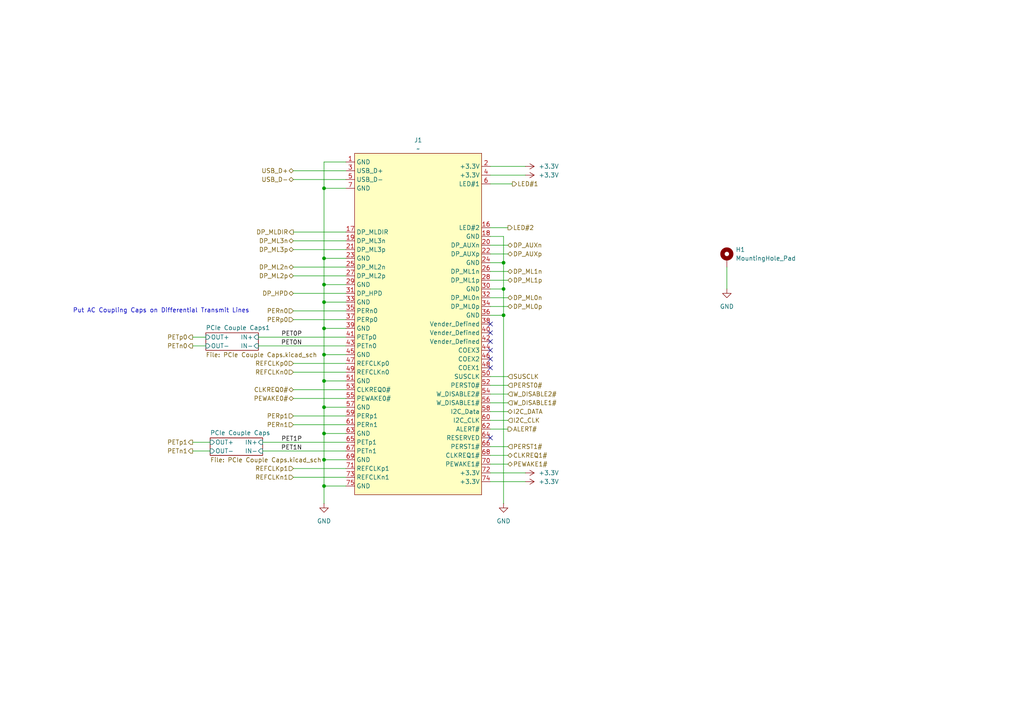
<source format=kicad_sch>
(kicad_sch (version 20250114) (generator "eeschema") (generator_version "9.0")
  (paper "A4")
  (lib_symbols
    (symbol "Mechanical:MountingHole_Pad" (pin_numbers (hide yes)) (pin_names (offset 1.016) (hide yes)) (in_bom no)
      (property "Reference" "H" (at 0 6.35 0))
      (property "Value" "MountingHole_Pad" (at 0 4.445 0))
      (symbol "MountingHole_Pad_0_1"
        (circle (center 0 1.27) (radius 1.27) (stroke (width 1.27)))
      )
      (symbol "MountingHole_Pad_1_1"
        (pin input line (at 0 -2.54 90) (length 2.54) (name "1") (number "1"))
      )
    )
    (symbol "PCIexpress:M.2_A_Key"
      (property "Reference" "J" (at 0 0 0))
      (symbol "M.2_A_Key_0_1"
        (rectangle (start -17.78 -5.08) (end 19.05 -104.14) (fill (type background)))
      )
      (symbol "M.2_A_Key_1_1"
        (pin power_in line (at -20.32 -7.62 0) (length 2.54) (name "GND") (number "1"))
        (pin bidirectional line (at -20.32 -10.16 0) (length 2.54) (name "USB_D+") (number "3"))
        (pin bidirectional line (at -20.32 -12.7 0) (length 2.54) (name "USB_D-") (number "5"))
        (pin power_in line (at -20.32 -15.24 0) (length 2.54) (name "GND") (number "7"))
        (pin output line (at -20.32 -27.94 0) (length 2.54) (name "DP_MLDIR") (number "17"))
        (pin bidirectional line (at -20.32 -30.48 0) (length 2.54) (name "DP_ML3n") (number "19"))
        (pin bidirectional line (at -20.32 -33.02 0) (length 2.54) (name "DP_ML3p") (number "21"))
        (pin power_in line (at -20.32 -35.56 0) (length 2.54) (name "GND") (number "23"))
        (pin bidirectional line (at -20.32 -38.1 0) (length 2.54) (name "DP_ML2n") (number "25"))
        (pin bidirectional line (at -20.32 -40.64 0) (length 2.54) (name "DP_ML2p") (number "27"))
        (pin power_in line (at -20.32 -43.18 0) (length 2.54) (name "GND") (number "29"))
        (pin bidirectional line (at -20.32 -45.72 0) (length 2.54) (name "DP_HPD") (number "31"))
        (pin power_in line (at -20.32 -48.26 0) (length 2.54) (name "GND") (number "33"))
        (pin input line (at -20.32 -50.8 0) (length 2.54) (name "PERn0") (number "35"))
        (pin input line (at -20.32 -53.34 0) (length 2.54) (name "PERp0") (number "37"))
        (pin power_in line (at -20.32 -55.88 0) (length 2.54) (name "GND") (number "39"))
        (pin output line (at -20.32 -58.42 0) (length 2.54) (name "PETp0") (number "41"))
        (pin output line (at -20.32 -60.96 0) (length 2.54) (name "PETn0") (number "43"))
        (pin power_in line (at -20.32 -63.5 0) (length 2.54) (name "GND") (number "45"))
        (pin input line (at -20.32 -66.04 0) (length 2.54) (name "REFCLKp0") (number "47"))
        (pin input line (at -20.32 -68.58 0) (length 2.54) (name "REFCLKn0") (number "49"))
        (pin power_in line (at -20.32 -71.12 0) (length 2.54) (name "GND") (number "51"))
        (pin bidirectional line (at -20.32 -73.66 0) (length 2.54) (name "CLKREQ0#") (number "53"))
        (pin bidirectional line (at -20.32 -76.2 0) (length 2.54) (name "PEWAKE0#") (number "55"))
        (pin power_in line (at -20.32 -78.74 0) (length 2.54) (name "GND") (number "57"))
        (pin input line (at -20.32 -81.28 0) (length 2.54) (name "PERp1") (number "59"))
        (pin input line (at -20.32 -83.82 0) (length 2.54) (name "PERn1") (number "61"))
        (pin power_in line (at -20.32 -86.36 0) (length 2.54) (name "GND") (number "63"))
        (pin output line (at -20.32 -88.9 0) (length 2.54) (name "PETp1") (number "65"))
        (pin output line (at -20.32 -91.44 0) (length 2.54) (name "PETn1") (number "67"))
        (pin passive line (at -20.32 -93.98 0) (length 2.54) (name "GND") (number "69"))
        (pin input line (at -20.32 -96.52 0) (length 2.54) (name "REFCLKp1") (number "71"))
        (pin input line (at -20.32 -99.06 0) (length 2.54) (name "REFCLKn1") (number "73"))
        (pin power_in line (at -20.32 -101.6 0) (length 2.54) (name "GND") (number "75"))
        (pin power_in line (at 21.59 -8.89 180) (length 2.54) (name "+3.3V") (number "2"))
        (pin power_in line (at 21.59 -11.43 180) (length 2.54) (name "+3.3V") (number "4"))
        (pin output line (at 21.59 -13.97 180) (length 2.54) (name "LED#1") (number "6"))
        (pin output line (at 21.59 -26.67 180) (length 2.54) (name "LED#2") (number "16"))
        (pin power_in line (at 21.59 -29.21 180) (length 2.54) (name "GND") (number "18"))
        (pin bidirectional line (at 21.59 -31.75 180) (length 2.54) (name "DP_AUXn") (number "20"))
        (pin bidirectional line (at 21.59 -34.29 180) (length 2.54) (name "DP_AUXp") (number "22"))
        (pin power_in line (at 21.59 -36.83 180) (length 2.54) (name "GND") (number "24"))
        (pin bidirectional line (at 21.59 -39.37 180) (length 2.54) (name "DP_ML1n") (number "26"))
        (pin bidirectional line (at 21.59 -41.91 180) (length 2.54) (name "DP_ML1p") (number "28"))
        (pin power_in line (at 21.59 -44.45 180) (length 2.54) (name "GND") (number "30"))
        (pin bidirectional line (at 21.59 -46.99 180) (length 2.54) (name "DP_ML0n") (number "32"))
        (pin bidirectional line (at 21.59 -49.53 180) (length 2.54) (name "DP_ML0p") (number "34"))
        (pin power_in line (at 21.59 -52.07 180) (length 2.54) (name "GND") (number "36"))
        (pin unspecified line (at 21.59 -54.61 180) (length 2.54) (name "Vender_Defined") (number "38"))
        (pin unspecified line (at 21.59 -57.15 180) (length 2.54) (name "Vender_Defined") (number "40"))
        (pin unspecified line (at 21.59 -59.69 180) (length 2.54) (name "Vender_Defined") (number "42"))
        (pin bidirectional line (at 21.59 -62.23 180) (length 2.54) (name "COEX3") (number "44"))
        (pin bidirectional line (at 21.59 -64.77 180) (length 2.54) (name "COEX2") (number "46"))
        (pin bidirectional line (at 21.59 -67.31 180) (length 2.54) (name "COEX1") (number "48"))
        (pin input line (at 21.59 -69.85 180) (length 2.54) (name "SUSCLK") (number "50"))
        (pin input line (at 21.59 -72.39 180) (length 2.54) (name "PERST0#") (number "52"))
        (pin input line (at 21.59 -74.93 180) (length 2.54) (name "W_DISABLE2#") (number "54"))
        (pin input line (at 21.59 -77.47 180) (length 2.54) (name "W_DISABLE1#") (number "56"))
        (pin bidirectional line (at 21.59 -80.01 180) (length 2.54) (name "I2C_Data") (number "58"))
        (pin input line (at 21.59 -82.55 180) (length 2.54) (name "I2C_CLK") (number "60"))
        (pin output line (at 21.59 -85.09 180) (length 2.54) (name "ALERT#") (number "62"))
        (pin unspecified line (at 21.59 -87.63 180) (length 2.54) (name "RESERVED") (number "64"))
        (pin input line (at 21.59 -90.17 180) (length 2.54) (name "PERST1#") (number "66"))
        (pin bidirectional line (at 21.59 -92.71 180) (length 2.54) (name "CLKREQ1#") (number "68"))
        (pin bidirectional line (at 21.59 -95.25 180) (length 2.54) (name "PEWAKE1#") (number "70"))
        (pin power_in line (at 21.59 -97.79 180) (length 2.54) (name "+3.3V") (number "72"))
        (pin power_in line (at 21.59 -100.33 180) (length 2.54) (name "+3.3V") (number "74"))
      )
    )
    (symbol "power:+3.3V" (power) (pin_numbers (hide yes)) (pin_names (offset 0) (hide yes))
      (property "Value" "+3.3V" (at 0 3.556 0))
      (symbol "+3.3V_0_1"
        (polyline (pts (xy -0.762 1.27) (xy 0 2.54)))
        (polyline (pts (xy 0 2.54) (xy 0.762 1.27)))
        (polyline (pts (xy 0 0) (xy 0 2.54)))
      )
      (symbol "+3.3V_1_1"
        (pin power_in line (at 0 0 90) (length 0) (name "~") (number "1"))
      )
    )
    (symbol "power:GND" (power) (pin_numbers (hide yes)) (pin_names (offset 0) (hide yes))
      (property "Value" "GND" (at 0 -3.81 0))
      (symbol "GND_0_1"
        (polyline (pts (xy 0 0) (xy 0 -1.27) (xy 1.27 -1.27) (xy 0 -2.54) (xy -1.27 -1.27) (xy 0 -1.27)))
      )
      (symbol "GND_1_1"
        (pin power_in line (at 0 0 270) (length 0) (name "~") (number "1"))
      )
    )
  )
  (text "Put AC Coupling Caps on Differential Transmit Lines" (at 46.736 90.17 0) (effects (font (size 1.27 1.27))))
  (junction (at 93.98 102.87))
  (junction (at 93.98 110.49))
  (junction (at 146.05 91.44))
  (junction (at 93.98 74.93))
  (junction (at 93.98 87.63))
  (junction (at 146.05 83.82))
  (junction (at 93.98 140.97))
  (junction (at 93.98 54.61))
  (junction (at 93.98 118.11))
  (junction (at 93.98 95.25))
  (junction (at 93.98 125.73))
  (junction (at 93.98 82.55))
  (junction (at 146.05 76.2))
  (junction (at 93.98 133.35))
  (no_connect (at 142.24 101.6))
  (no_connect (at 142.24 127))
  (no_connect (at 142.24 104.14))
  (no_connect (at 142.24 106.68))
  (no_connect (at 142.24 96.52))
  (no_connect (at 142.24 99.06))
  (no_connect (at 142.24 93.98))
  (wire (pts (xy 142.24 86.36) (xy 147.32 86.36)))
  (wire (pts (xy 93.98 118.11) (xy 93.98 125.73)))
  (wire (pts (xy 146.05 83.82) (xy 146.05 91.44)))
  (wire (pts (xy 76.2 128.27) (xy 100.33 128.27)))
  (wire (pts (xy 93.98 133.35) (xy 93.98 140.97)))
  (wire (pts (xy 93.98 110.49) (xy 93.98 118.11)))
  (wire (pts (xy 93.98 54.61) (xy 93.98 74.93)))
  (wire (pts (xy 74.93 100.33) (xy 100.33 100.33)))
  (wire (pts (xy 210.82 77.47) (xy 210.82 83.82)))
  (wire (pts (xy 142.24 48.26) (xy 152.4 48.26)))
  (wire (pts (xy 142.24 71.12) (xy 147.32 71.12)))
  (wire (pts (xy 85.09 120.65) (xy 100.33 120.65)))
  (wire (pts (xy 100.33 140.97) (xy 93.98 140.97)))
  (wire (pts (xy 142.24 111.76) (xy 147.32 111.76)))
  (wire (pts (xy 142.24 66.04) (xy 147.32 66.04)))
  (wire (pts (xy 93.98 102.87) (xy 93.98 110.49)))
  (wire (pts (xy 85.09 90.17) (xy 100.33 90.17)))
  (wire (pts (xy 100.33 46.99) (xy 93.98 46.99)))
  (wire (pts (xy 142.24 119.38) (xy 147.32 119.38)))
  (wire (pts (xy 100.33 82.55) (xy 93.98 82.55)))
  (wire (pts (xy 142.24 76.2) (xy 146.05 76.2)))
  (wire (pts (xy 93.98 74.93) (xy 93.98 82.55)))
  (wire (pts (xy 100.33 74.93) (xy 93.98 74.93)))
  (wire (pts (xy 85.09 49.53) (xy 100.33 49.53)))
  (wire (pts (xy 74.93 97.79) (xy 100.33 97.79)))
  (wire (pts (xy 93.98 46.99) (xy 93.98 54.61)))
  (wire (pts (xy 142.24 68.58) (xy 146.05 68.58)))
  (wire (pts (xy 100.33 110.49) (xy 93.98 110.49)))
  (wire (pts (xy 100.33 118.11) (xy 93.98 118.11)))
  (wire (pts (xy 85.09 52.07) (xy 100.33 52.07)))
  (wire (pts (xy 100.33 125.73) (xy 93.98 125.73)))
  (wire (pts (xy 142.24 91.44) (xy 146.05 91.44)))
  (wire (pts (xy 142.24 81.28) (xy 147.32 81.28)))
  (wire (pts (xy 55.88 100.33) (xy 59.69 100.33)))
  (wire (pts (xy 142.24 121.92) (xy 147.32 121.92)))
  (wire (pts (xy 100.33 54.61) (xy 93.98 54.61)))
  (wire (pts (xy 85.09 80.01) (xy 100.33 80.01)))
  (wire (pts (xy 55.88 128.27) (xy 60.96 128.27)))
  (wire (pts (xy 142.24 114.3) (xy 147.32 114.3)))
  (wire (pts (xy 55.88 97.79) (xy 59.69 97.79)))
  (wire (pts (xy 142.24 53.34) (xy 148.59 53.34)))
  (wire (pts (xy 85.09 77.47) (xy 100.33 77.47)))
  (wire (pts (xy 93.98 82.55) (xy 93.98 87.63)))
  (wire (pts (xy 100.33 87.63) (xy 93.98 87.63)))
  (wire (pts (xy 142.24 132.08) (xy 147.32 132.08)))
  (wire (pts (xy 85.09 92.71) (xy 100.33 92.71)))
  (wire (pts (xy 142.24 78.74) (xy 147.32 78.74)))
  (wire (pts (xy 142.24 83.82) (xy 146.05 83.82)))
  (wire (pts (xy 142.24 124.46) (xy 147.32 124.46)))
  (wire (pts (xy 142.24 50.8) (xy 152.4 50.8)))
  (wire (pts (xy 146.05 91.44) (xy 146.05 146.05)))
  (wire (pts (xy 85.09 105.41) (xy 100.33 105.41)))
  (wire (pts (xy 142.24 109.22) (xy 147.32 109.22)))
  (wire (pts (xy 93.98 87.63) (xy 93.98 95.25)))
  (wire (pts (xy 142.24 134.62) (xy 147.32 134.62)))
  (wire (pts (xy 85.09 113.03) (xy 100.33 113.03)))
  (wire (pts (xy 142.24 137.16) (xy 152.4 137.16)))
  (wire (pts (xy 55.88 130.81) (xy 60.96 130.81)))
  (wire (pts (xy 146.05 76.2) (xy 146.05 83.82)))
  (wire (pts (xy 85.09 67.31) (xy 100.33 67.31)))
  (wire (pts (xy 142.24 73.66) (xy 147.32 73.66)))
  (wire (pts (xy 85.09 69.85) (xy 100.33 69.85)))
  (wire (pts (xy 85.09 85.09) (xy 100.33 85.09)))
  (wire (pts (xy 142.24 116.84) (xy 147.32 116.84)))
  (wire (pts (xy 93.98 95.25) (xy 93.98 102.87)))
  (wire (pts (xy 85.09 115.57) (xy 100.33 115.57)))
  (wire (pts (xy 100.33 102.87) (xy 93.98 102.87)))
  (wire (pts (xy 100.33 133.35) (xy 93.98 133.35)))
  (wire (pts (xy 142.24 139.7) (xy 152.4 139.7)))
  (wire (pts (xy 85.09 135.89) (xy 100.33 135.89)))
  (wire (pts (xy 85.09 138.43) (xy 100.33 138.43)))
  (wire (pts (xy 85.09 123.19) (xy 100.33 123.19)))
  (wire (pts (xy 142.24 129.54) (xy 147.32 129.54)))
  (wire (pts (xy 76.2 130.81) (xy 100.33 130.81)))
  (wire (pts (xy 93.98 125.73) (xy 93.98 133.35)))
  (wire (pts (xy 100.33 95.25) (xy 93.98 95.25)))
  (wire (pts (xy 85.09 72.39) (xy 100.33 72.39)))
  (wire (pts (xy 142.24 88.9) (xy 147.32 88.9)))
  (wire (pts (xy 85.09 107.95) (xy 100.33 107.95)))
  (wire (pts (xy 93.98 140.97) (xy 93.98 146.05)))
  (wire (pts (xy 146.05 68.58) (xy 146.05 76.2)))
  (label "PET0P" (at 87.63 97.79 180))
  (label "PET1N" (at 87.63 130.81 180))
  (label "PET0N" (at 87.63 100.33 180))
  (label "PET1P" (at 87.63 128.27 180))
  (hierarchical_label "USB_D-" (shape bidirectional) (at 85.09 52.07 180))
  (hierarchical_label "LED#2" (shape output) (at 147.32 66.04 0))
  (hierarchical_label "PERST1#" (shape input) (at 147.32 129.54 0))
  (hierarchical_label "DP_AUXn" (shape bidirectional) (at 147.32 71.12 0))
  (hierarchical_label "PEWAKE1#" (shape bidirectional) (at 147.32 134.62 0))
  (hierarchical_label "CLKREQ1#" (shape bidirectional) (at 147.32 132.08 0))
  (hierarchical_label "REFCLKn0" (shape input) (at 85.09 107.95 180))
  (hierarchical_label "PETn1" (shape output) (at 55.88 130.81 180))
  (hierarchical_label "REFCLKn1" (shape input) (at 85.09 138.43 180))
  (hierarchical_label "DP_ML1p" (shape bidirectional) (at 147.32 81.28 0))
  (hierarchical_label "REFCLKp0" (shape input) (at 85.09 105.41 180))
  (hierarchical_label "PERp1" (shape input) (at 85.09 120.65 180))
  (hierarchical_label "SUSCLK" (shape input) (at 147.32 109.22 0))
  (hierarchical_label "USB_D+" (shape bidirectional) (at 85.09 49.53 180))
  (hierarchical_label "DP_ML0p" (shape bidirectional) (at 147.32 88.9 0))
  (hierarchical_label "PEWAKE0#" (shape bidirectional) (at 85.09 115.57 180))
  (hierarchical_label "DP_ML0n" (shape bidirectional) (at 147.32 86.36 0))
  (hierarchical_label "PERn1" (shape input) (at 85.09 123.19 180))
  (hierarchical_label "DP_MLDIR" (shape output) (at 85.09 67.31 180))
  (hierarchical_label "LED#1" (shape output) (at 148.59 53.34 0))
  (hierarchical_label "DP_ML3p" (shape bidirectional) (at 85.09 72.39 180))
  (hierarchical_label "DP_ML3n" (shape bidirectional) (at 85.09 69.85 180))
  (hierarchical_label "DP_ML2p" (shape bidirectional) (at 85.09 80.01 180))
  (hierarchical_label "PERp0" (shape input) (at 85.09 92.71 180))
  (hierarchical_label "W_DISABLE2#" (shape input) (at 147.32 114.3 0))
  (hierarchical_label "PETp1" (shape output) (at 55.88 128.27 180))
  (hierarchical_label "DP_ML1n" (shape bidirectional) (at 147.32 78.74 0))
  (hierarchical_label "PETp0" (shape output) (at 55.88 97.79 180))
  (hierarchical_label "W_DISABLE1#" (shape input) (at 147.32 116.84 0))
  (hierarchical_label "REFCLKp1" (shape input) (at 85.09 135.89 180))
  (hierarchical_label "PERn0" (shape input) (at 85.09 90.17 180))
  (hierarchical_label "I2C_DATA" (shape bidirectional) (at 147.32 119.38 0))
  (hierarchical_label "I2C_CLK" (shape input) (at 147.32 121.92 0))
  (hierarchical_label "ALERT#" (shape output) (at 147.32 124.46 0))
  (hierarchical_label "DP_HPD" (shape bidirectional) (at 85.09 85.09 180))
  (hierarchical_label "PERST0#" (shape input) (at 147.32 111.76 0))
  (hierarchical_label "DP_ML2n" (shape bidirectional) (at 85.09 77.47 180))
  (hierarchical_label "CLKREQ0#" (shape bidirectional) (at 85.09 113.03 180))
  (hierarchical_label "PETn0" (shape output) (at 55.88 100.33 180))
  (hierarchical_label "DP_AUXp" (shape bidirectional) (at 147.32 73.66 0))
  (symbol (lib_id "power:+3.3V") (at 152.4 137.16 270) (unit 1)
    (property "Reference" "#PWR05" (effects (hide yes)))
    (property "Value" "+3.3V" (at 156.21 137.1599 90) (effects (justify left)))
    (property "Description" "Power symbol creates a global label with name \"+3.3V\"" (effects (hide yes)))
  )
  (symbol (lib_id "PCIexpress:M.2_A_Key") (at 120.65 39.37 0) (unit 1)
    (property "Reference" "J1" (at 121.285 40.64 0))
    (property "Value" "~" (at 121.285 43.18 0))
    (property "Footprint" "PCIexpress:M.2 A Key Connector" (effects (hide yes)))
    (property "Note" "Check PCIe M.2 Specification for Pin Alt mode functions. Check your socket pinout for pin functions." (effects (hide yes)))
  )
  (symbol (lib_id "power:GND") (at 93.98 146.05 0) (unit 1)
    (property "Reference" "#PWR01" (effects (hide yes)))
    (property "Value" "GND" (at 93.98 151.13 0))
    (property "Description" "Power symbol creates a global label with name \"GND\" , ground" (effects (hide yes)))
  )
  (symbol (lib_id "power:+3.3V") (at 152.4 50.8 270) (unit 1)
    (property "Reference" "#PWR04" (effects (hide yes)))
    (property "Value" "+3.3V" (at 156.21 50.7999 90) (effects (justify left)))
    (property "Description" "Power symbol creates a global label with name \"+3.3V\"" (effects (hide yes)))
  )
  (symbol (lib_id "power:GND") (at 210.82 83.82 0) (unit 1)
    (property "Reference" "#PWR07" (effects (hide yes)))
    (property "Value" "GND" (at 210.82 88.9 0))
    (property "Description" "Power symbol creates a global label with name \"GND\" , ground" (effects (hide yes)))
  )
  (symbol (lib_id "power:+3.3V") (at 152.4 48.26 270) (unit 1)
    (property "Reference" "#PWR03" (effects (hide yes)))
    (property "Value" "+3.3V" (at 156.21 48.2599 90) (effects (justify left)))
    (property "Description" "Power symbol creates a global label with name \"+3.3V\"" (effects (hide yes)))
  )
  (symbol (lib_id "power:+3.3V") (at 152.4 139.7 270) (unit 1)
    (property "Reference" "#PWR06" (effects (hide yes)))
    (property "Value" "+3.3V" (at 156.21 139.6999 90) (effects (justify left)))
    (property "Description" "Power symbol creates a global label with name \"+3.3V\"" (effects (hide yes)))
  )
  (symbol (lib_id "power:GND") (at 146.05 146.05 0) (unit 1)
    (property "Reference" "#PWR02" (effects (hide yes)))
    (property "Value" "GND" (at 146.05 151.13 0))
    (property "Description" "Power symbol creates a global label with name \"GND\" , ground" (effects (hide yes)))
  )
  (symbol (lib_id "Mechanical:MountingHole_Pad") (at 210.82 74.93 0) (unit 1) (in_bom no)
    (property "Reference" "H1" (at 213.36 72.3899 0) (effects (justify left)))
    (property "Value" "MountingHole_Pad" (at 213.36 74.9299 0) (effects (justify left)))
    (property "Footprint" "PCIexpress:M.2 Mounting Pad" (effects (hide yes)))
    (property "Description" "Mounting Hole with connection" (effects (hide yes)))
  )
  (sheet (at 59.69 96.52) (size 15.24 5.08) (stroke (width 0.1524))
    (property "Sheetname" "PCIe Couple Caps1" (at 59.69 95.8084 0) (effects (justify left bottom)))
    (property "Sheetfile" "PCIe Couple Caps.kicad_sch" (at 59.69 102.1846 0) (effects (justify left top)))
    (pin "OUT-" input (at 59.69 100.33 180))
    (pin "IN+" input (at 74.93 97.79 0))
    (pin "OUT+" input (at 59.69 97.79 180))
    (pin "IN-" input (at 74.93 100.33 0))
  )
  (sheet (at 60.96 127) (size 15.24 5.08) (stroke (width 0.1524))
    (property "Sheetname" "PCIe Couple Caps" (at 60.96 126.2884 0) (effects (justify left bottom)))
    (property "Sheetfile" "PCIe Couple Caps.kicad_sch" (at 60.96 132.6646 0) (effects (justify left top)))
    (pin "OUT-" input (at 60.96 130.81 180))
    (pin "IN+" input (at 76.2 128.27 0))
    (pin "OUT+" input (at 60.96 128.27 180))
    (pin "IN-" input (at 76.2 130.81 0))
  )
)
</source>
